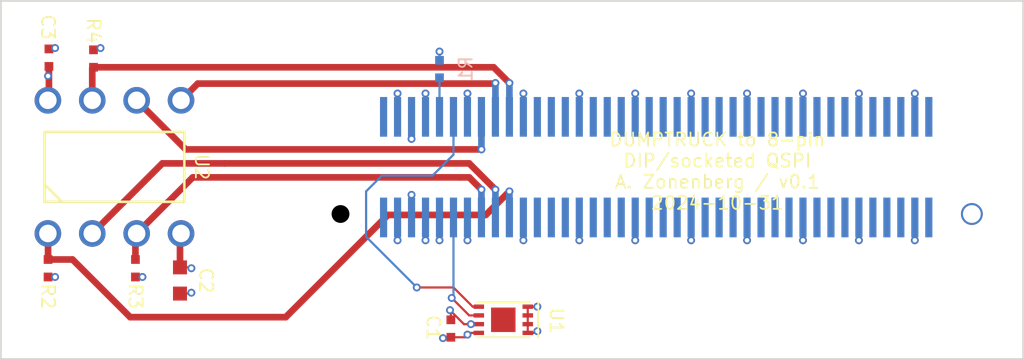
<source format=kicad_pcb>
(kicad_pcb (version 20240108) (generator "pcbnew") (generator_version "8.0")
  (layers (0 "F.Cu" signal) (1 "In1.Cu" signal) (2 "In2.Cu" signal) (31 "B.Cu" signal) (34 "B.Paste" user) (35 "F.Paste" user) (36 "B.SilkS" user "B.Silkscreen") (37 "F.SilkS" user "F.Silkscreen") (38 "B.Mask" user) (39 "F.Mask" user) (44 "Edge.Cuts" user))
  (net 0 "")
  (net 1 "/3V3_EEPROM")
  (net 2 "/GND")
  (net 3 "/VCC")
  (net 4 "Net-(J1B-PRESENT)")
  (net 5 "/QSPI_CS_N")
  (net 6 "/QSPI_DQ2")
  (net 7 "/QSPI_DQ3")
  (net 8 "/EEPROM_SDA")
  (net 9 "/EEPROM_SCL")
  (net 10 "/QSPI_SCK")
  (net 11 "/QSPI_DQ1")
  (net 12 "/QSPI_DQ0")
  (footprint "azonenberg_pcb:EIA_0402_RES_NOSILK" (layer "F.Cu") (at 32.2 40.8 -90)
    (property "Reference" "R2" (at 1.6 0 -90) (layer "F.SilkS") (effects (font (size 0.75 0.75) (thickness 0.1))))
    (property "Value" "10K" (hide yes))
    (pad "1" smd rect (at -0.499999 0 270) (size 0.5 0.5) (layers "F.Cu" "F.Paste" "F.Mask") (net 5 "/QSPI_CS_N"))
    (pad "2" smd rect (at 0.499999 0 270) (size 0.5 0.5) (layers "F.Cu" "F.Paste" "F.Mask") (net 3 "/VCC"))
  )
  (footprint "azonenberg_pcb:DFN_8_0.5MM_2x3MM_TALL" (layer "F.Cu") (at 58.25 43.75 90)
    (property "Reference" "U1" (at -0.05 3.05 -90) (layer "F.SilkS") (effects (font (size 0.75 0.75) (thickness 0.1))))
    (property "Value" "M24C02-RMC6TG" (hide yes))
    (fp_line (start 1 -1.5) (end 1 1.5) (stroke (width 0.1)) (layer "F.SilkS"))
    (fp_line (start -1 -1.5) (end -1 1.5) (stroke (width 0.1)) (layer "F.SilkS"))
    (fp_line (start -1 2) (end 1 2) (stroke (width 0.1)) (layer "F.SilkS"))
    (pad "1" smd rect (at -0.750001 1.4 90) (size 0.25 0.6) (layers "F.Cu" "F.Paste" "F.Mask") (net 2 "/GND"))
    (pad "2" smd rect (at -0.25 1.4 90) (size 0.25 0.6) (layers "F.Cu" "F.Paste" "F.Mask") (net 2 "/GND"))
    (pad "3" smd rect (at 0.25 1.4 90) (size 0.25 0.6) (layers "F.Cu" "F.Paste" "F.Mask") (net 2 "/GND"))
    (pad "4" smd rect (at 0.750001 1.4 90) (size 0.25 0.6) (layers "F.Cu" "F.Paste" "F.Mask") (net 2 "/GND"))
    (pad "5" smd rect (at 0.750001 -1.4 90) (size 0.25 0.6) (layers "F.Cu" "F.Paste" "F.Mask") (net 8 "/EEPROM_SDA"))
    (pad "6" smd rect (at 0.25 -1.4 90) (size 0.25 0.6) (layers "F.Cu" "F.Paste" "F.Mask") (net 9 "/EEPROM_SCL"))
    (pad "7" smd rect (at -0.25 -1.4 90) (size 0.25 0.6) (layers "F.Cu" "F.Paste" "F.Mask") (net 2 "/GND"))
    (pad "8" smd rect (at -0.750001 -1.4 90) (size 0.25 0.6) (layers "F.Cu" "F.Paste" "F.Mask") (net 1 "/3V3_EEPROM"))
    (pad "PAD" smd rect (at 0 0 90) (size 1.4 1.4) (layers "F.Cu" "F.Mask"))
  )
  (footprint "azonenberg_pcb:EIA_0402_CAP_NOSILK" (layer "F.Cu") (at 32.25 28.749999 90)
    (property "Reference" "C3" (at 1.749999 -0.05 -90) (layer "F.SilkS") (effects (font (size 0.75 0.75) (thickness 0.1))))
    (property "Value" "0.47 uF" (hide yes))
    (pad "1" smd rect (at -0.499999 0 90) (size 0.5 0.5) (layers "F.Cu" "F.Paste" "F.Mask") (net 3 "/VCC"))
    (pad "2" smd rect (at 0.499999 0 90) (size 0.5 0.5) (layers "F.Cu" "F.Paste" "F.Mask") (net 2 "/GND"))
  )
  (footprint "azonenberg_pcb:DIP_8_2.54MM_7.62MM" (layer "F.Cu") (at 36 35)
    (property "Reference" "U2" (at 5 0 -90) (layer "F.SilkS") (effects (font (size 0.75 0.75) (thickness 0.1))))
    (property "Value" "DUT_SOCKET" (hide yes))
    (fp_line (start -4 -2) (end -4 2) (stroke (width 0.15)) (layer "F.SilkS"))
    (fp_line (start -4 1) (end -3 2) (stroke (width 0.15)) (layer "F.SilkS"))
    (fp_line (start -4 2) (end 4 2) (stroke (width 0.15)) (layer "F.SilkS"))
    (fp_line (start 4 -2) (end -4 -2) (stroke (width 0.15)) (layer "F.SilkS"))
    (fp_line (start 4 2) (end 4 -2) (stroke (width 0.15)) (layer "F.SilkS"))
    (pad "1" thru_hole circle (at -3.81 3.81) (size 1.524 1.524) (drill 1) (layers "*.Cu" "*.Mask") (net 5 "/QSPI_CS_N"))
    (pad "2" thru_hole circle (at -1.27 3.81) (size 1.524 1.524) (drill 1) (layers "*.Cu" "*.Mask") (net 11 "/QSPI_DQ1"))
    (pad "3" thru_hole circle (at 1.27 3.81) (size 1.524 1.524) (drill 1) (layers "*.Cu" "*.Mask") (net 6 "/QSPI_DQ2"))
    (pad "4" thru_hole circle (at 3.81 3.81) (size 1.524 1.524) (drill 1) (layers "*.Cu" "*.Mask") (net 2 "/GND"))
    (pad "5" thru_hole circle (at 3.81 -3.81) (size 1.524 1.524) (drill 1) (layers "*.Cu" "*.Mask") (net 12 "/QSPI_DQ0"))
    (pad "6" thru_hole circle (at 1.27 -3.81) (size 1.524 1.524) (drill 1) (layers "*.Cu" "*.Mask") (net 10 "/QSPI_SCK"))
    (pad "7" thru_hole circle (at -1.27 -3.81) (size 1.524 1.524) (drill 1) (layers "*.Cu" "*.Mask") (net 7 "/QSPI_DQ3"))
    (pad "8" thru_hole circle (at -3.81 -3.81) (size 1.524 1.524) (drill 1) (layers "*.Cu" "*.Mask") (net 3 "/VCC"))
  )
  (footprint "azonenberg_pcb:EIA_0603_CAP_NOSILK" (layer "F.Cu") (at 39.75 41.5 90)
    (property "Reference" "C2" (at 0 1.5 -90) (layer "F.SilkS") (effects (font (size 0.75 0.75) (thickness 0.1))))
    (property "Value" "4.7 uF" (hide yes))
    (pad "1" smd rect (at -0.75 0 90) (size 0.8 0.8) (layers "F.Cu" "F.Paste" "F.Mask") (net 3 "/VCC"))
    (pad "2" smd rect (at 0.75 0 90) (size 0.8 0.8) (layers "F.Cu" "F.Paste" "F.Mask") (net 2 "/GND"))
  )
  (footprint "azonenberg_pcb:EIA_0402_RES_NOSILK" (layer "F.Cu") (at 37.2 40.8 -90)
    (property "Reference" "R3" (at 1.6 0 -90) (layer "F.SilkS") (effects (font (size 0.75 0.75) (thickness 0.1))))
    (property "Value" "10K" (hide yes))
    (pad "1" smd rect (at -0.499999 0 270) (size 0.5 0.5) (layers "F.Cu" "F.Paste" "F.Mask") (net 6 "/QSPI_DQ2"))
    (pad "2" smd rect (at 0.499999 0 270) (size 0.5 0.5) (layers "F.Cu" "F.Paste" "F.Mask") (net 3 "/VCC"))
  )
  (footprint "azonenberg_pcb:EIA_0402_CAP_NOSILK" (layer "F.Cu") (at 55.25 44.25 90)
    (property "Reference" "C1" (at 0.05 -1 -90) (layer "F.SilkS") (effects (font (size 0.75 0.75) (thickness 0.1))))
    (property "Value" "0.47 uF" (hide yes))
    (pad "1" smd rect (at -0.499999 0 90) (size 0.5 0.5) (layers "F.Cu" "F.Paste" "F.Mask") (net 1 "/3V3_EEPROM"))
    (pad "2" smd rect (at 0.499999 0 90) (size 0.5 0.5) (layers "F.Cu" "F.Paste" "F.Mask") (net 2 "/GND"))
  )
  (footprint "azonenberg_pcb:EIA_0402_RES_NOSILK" (layer "F.Cu") (at 34.8 28.8 90)
    (property "Reference" "R4" (at 1.6 0 -90) (layer "F.SilkS") (effects (font (size 0.75 0.75) (thickness 0.1))))
    (property "Value" "10K" (hide yes))
    (pad "1" smd rect (at -0.499999 0 90) (size 0.5 0.5) (layers "F.Cu" "F.Paste" "F.Mask") (net 7 "/QSPI_DQ3"))
    (pad "2" smd rect (at 0.499999 0 90) (size 0.5 0.5) (layers "F.Cu" "F.Paste" "F.Mask") (net 3 "/VCC"))
  )
  (footprint "azonenberg_pcb:EIA_0402_RES_NOSILK" (layer "B.Cu") (at 54.6 29.4 -90)
    (property "Reference" "R1" (at 0 -1.5 90) (layer "B.SilkS") (effects (font (size 0.75 0.75) (thickness 0.1)) (justify mirror)))
    (property "Value" "0" (hide yes))
    (pad "1" smd rect (at -0.499999 0 270) (size 0.5 0.5) (layers "B.Cu" "B.Paste" "B.Mask") (net 1 "/3V3_EEPROM"))
    (pad "2" smd rect (at 0.499999 0 270) (size 0.5 0.5) (layers "B.Cu" "B.Paste" "B.Mask") (net 4 "Net-(J1B-PRESENT)"))
  )
  (footprint "azonenberg_pcb:CONN_SAMTEC_BSE-040-01-L-D-A-TR" (layer "B.Cu") (at 67 35)
    (property "Reference" "J1" (hide yes))
    (property "Value" "CONN_DUMPTRUCK_DEVICE" (hide yes))
    (pad "" np_thru_hole circle (at -18.064 2.6965) (size 1.25 1.25) (drill 1.02) (layers "Dwgs.User"))
    (pad "" np_thru_hole circle (at 18.064 2.6965) (size 1.25 1.25) (drill 1.016) (layers "F&B.Cu" "Dwgs.User"))
    (pad "1" smd rect (at -15.6 -2.8635) (size 0.41 2.273) (layers "B.Cu" "B.Paste" "B.Mask"))
    (pad "2" smd rect (at -15.6 2.8935) (size 0.41 2.273) (layers "B.Cu" "B.Paste" "B.Mask"))
    (pad "3" smd rect (at -14.8 -2.8635) (size 0.41 2.273) (layers "B.Cu" "B.Paste" "B.Mask") (net 2 "/GND"))
    (pad "4" smd rect (at -14.8 2.8935) (size 0.41 2.273) (layers "B.Cu" "B.Paste" "B.Mask") (net 2 "/GND"))
    (pad "5" smd rect (at -14 -2.8635) (size 0.41 2.273) (layers "B.Cu" "B.Paste" "B.Mask") (net 3 "/VCC"))
    (pad "6" smd rect (at -14 2.8935) (size 0.41 2.273) (layers "B.Cu" "B.Paste" "B.Mask") (net 3 "/VCC"))
    (pad "7" smd rect (at -13.2 -2.8635) (size 0.41 2.273) (layers "B.Cu" "B.Paste" "B.Mask") (net 2 "/GND"))
    (pad "8" smd rect (at -13.2 2.8935) (size 0.41 2.273) (layers "B.Cu" "B.Paste" "B.Mask") (net 2 "/GND"))
    (pad "9" smd rect (at -12.4 -2.8635) (size 0.41 2.273) (layers "B.Cu" "B.Paste" "B.Mask") (net 4 "Net-(J1B-PRESENT)"))
    (pad "10" smd rect (at -12.4 2.8935) (size 0.41 2.273) (layers "B.Cu" "B.Paste" "B.Mask") (net 1 "/3V3_EEPROM"))
    (pad "11" smd rect (at -11.6 -2.8635) (size 0.41 2.273) (layers "B.Cu" "B.Paste" "B.Mask") (net 8 "/EEPROM_SDA"))
    (pad "12" smd rect (at -11.6 2.8935) (size 0.41 2.273) (layers "B.Cu" "B.Paste" "B.Mask") (net 9 "/EEPROM_SCL"))
    (pad "13" smd rect (at -10.8 -2.8635) (size 0.41 2.273) (layers "B.Cu" "B.Paste" "B.Mask") (net 2 "/GND"))
    (pad "14" smd rect (at -10.8 2.8935) (size 0.41 2.273) (layers "B.Cu" "B.Paste" "B.Mask") (net 2 "/GND"))
    (pad "15" smd rect (at -10 -2.8635) (size 0.41 2.273) (layers "B.Cu" "B.Paste" "B.Mask") (net 10 "/QSPI_SCK"))
    (pad "16" smd rect (at -10 2.8935) (size 0.41 2.273) (layers "B.Cu" "B.Paste" "B.Mask") (net 6 "/QSPI_DQ2"))
    (pad "17" smd rect (at -9.2 -2.8635) (size 0.41 2.273) (layers "B.Cu" "B.Paste" "B.Mask") (net 12 "/QSPI_DQ0"))
    (pad "18" smd rect (at -9.2 2.8935) (size 0.41 2.273) (layers "B.Cu" "B.Paste" "B.Mask") (net 11 "/QSPI_DQ1"))
    (pad "19" smd rect (at -8.4 -2.8635) (size 0.41 2.273) (layers "B.Cu" "B.Paste" "B.Mask") (net 7 "/QSPI_DQ3"))
    (pad "20" smd rect (at -8.4 2.8935) (size 0.41 2.273) (layers "B.Cu" "B.Paste" "B.Mask") (net 5 "/QSPI_CS_N"))
    (pad "21" smd rect (at -7.6 -2.8635) (size 0.41 2.273) (layers "B.Cu" "B.Paste" "B.Mask") (net 2 "/GND"))
    (pad "22" smd rect (at -7.6 2.8935) (size 0.41 2.273) (layers "B.Cu" "B.Paste" "B.Mask") (net 2 "/GND"))
    (pad "23" smd rect (at -6.8 -2.8635) (size 0.41 2.273) (layers "B.Cu" "B.Paste" "B.Mask"))
    (pad "24" smd rect (at -6.8 2.8935) (size 0.41 2.273) (layers "B.Cu" "B.Paste" "B.Mask"))
    (pad "25" smd rect (at -6 -2.8635) (size 0.41 2.273) (layers "B.Cu" "B.Paste" "B.Mask"))
    (pad "26" smd rect (at -6 2.8935) (size 0.41 2.273) (layers "B.Cu" "B.Paste" "B.Mask"))
    (pad "27" smd rect (at -5.2 -2.8635) (size 0.41 2.273) (layers "B.Cu" "B.Paste" "B.Mask"))
    (pad "28" smd rect (at -5.2 2.8935) (size 0.41 2.273) (layers "B.Cu" "B.Paste" "B.Mask"))
    (pad "29" smd rect (at -4.4 -2.8635) (size 0.41 2.273) (layers "B.Cu" "B.Paste" "B.Mask") (net 2 "/GND"))
    (pad "30" smd rect (at -4.4 2.8935) (size 0.41 2.273) (layers "B.Cu" "B.Paste" "B.Mask") (net 2 "/GND"))
    (pad "31" smd rect (at -3.6 -2.8635) (size 0.41 2.273) (layers "B.Cu" "B.Paste" "B.Mask"))
    (pad "32" smd rect (at -3.6 2.8935) (size 0.41 2.273) (layers "B.Cu" "B.Paste" "B.Mask"))
    (pad "33" smd rect (at -2.8 -2.8635) (size 0.41 2.273) (layers "B.Cu" "B.Paste" "B.Mask"))
    (pad "34" smd rect (at -2.8 2.8935) (size 0.41 2.273) (layers "B.Cu" "B.Paste" "B.Mask"))
    (pad "35" smd rect (at -2 -2.8635) (size 0.41 2.273) (layers "B.Cu" "B.Paste" "B.Mask"))
    (pad "36" smd rect (at -2 2.8935) (size 0.41 2.273) (layers "B.Cu" "B.Paste" "B.Mask"))
    (pad "37" smd rect (at -1.2 -2.8635) (size 0.41 2.273) (layers "B.Cu" "B.Paste" "B.Mask") (net 2 "/GND"))
    (pad "38" smd rect (at -1.2 2.8935) (size 0.41 2.273) (layers "B.Cu" "B.Paste" "B.Mask") (net 2 "/GND"))
    (pad "39" smd rect (at -0.4 -2.8635) (size 0.41 2.273) (layers "B.Cu" "B.Paste" "B.Mask"))
    (pad "40" smd rect (at -0.4 2.8935) (size 0.41 2.273) (layers "B.Cu" "B.Paste" "B.Mask"))
    (pad "41" smd rect (at 0.4 -2.8635) (size 0.41 2.273) (layers "B.Cu" "B.Paste" "B.Mask"))
    (pad "42" smd rect (at 0.4 2.8935) (size 0.41 2.273) (layers "B.Cu" "B.Paste" "B.Mask"))
    (pad "43" smd rect (at 1.2 -2.8635) (size 0.41 2.273) (layers "B.Cu" "B.Paste" "B.Mask"))
    (pad "44" smd rect (at 1.2 2.8935) (size 0.41 2.273) (layers "B.Cu" "B.Paste" "B.Mask"))
    (pad "45" smd rect (at 2 -2.8635) (size 0.41 2.273) (layers "B.Cu" "B.Paste" "B.Mask") (net 2 "/GND"))
    (pad "46" smd rect (at 2 2.8935) (size 0.41 2.273) (layers "B.Cu" "B.Paste" "B.Mask") (net 2 "/GND"))
    (pad "47" smd rect (at 2.8 -2.8635) (size 0.41 2.273) (layers "B.Cu" "B.Paste" "B.Mask"))
    (pad "48" smd rect (at 2.8 2.8935) (size 0.41 2.273) (layers "B.Cu" "B.Paste" "B.Mask"))
    (pad "49" smd rect (at 3.6 -2.8635) (size 0.41 2.273) (layers "B.Cu" "B.Paste" "B.Mask"))
    (pad "50" smd rect (at 3.6 2.8935) (size 0.41 2.273) (layers "B.Cu" "B.Paste" "B.Mask"))
    (pad "51" smd rect (at 4.4 -2.8635) (size 0.41 2.273) (layers "B.Cu" "B.Paste" "B.Mask"))
    (pad "52" smd rect (at 4.4 2.8935) (size 0.41 2.273) (layers "B.Cu" "B.Paste" "B.Mask"))
    (pad "53" smd rect (at 5.2 -2.8635) (size 0.41 2.273) (layers "B.Cu" "B.Paste" "B.Mask") (net 2 "/GND"))
    (pad "54" smd rect (at 5.2 2.8935) (size 0.41 2.273) (layers "B.Cu" "B.Paste" "B.Mask") (net 2 "/GND"))
    (pad "55" smd rect (at 6 -2.8635) (size 0.41 2.273) (layers "B.Cu" "B.Paste" "B.Mask"))
    (pad "56" smd rect (at 6 2.8935) (size 0.41 2.273) (layers "B.Cu" "B.Paste" "B.Mask"))
    (pad "57" smd rect (at 6.8 -2.8635) (size 0.41 2.273) (layers "B.Cu" "B.Paste" "B.Mask"))
    (pad "58" smd rect (at 6.8 2.8935) (size 0.41 2.273) (layers "B.Cu" "B.Paste" "B.Mask"))
    (pad "59" smd rect (at 7.6 -2.8635) (size 0.41 2.273) (layers "B.Cu" "B.Paste" "B.Mask"))
    (pad "60" smd rect (at 7.6 2.8935) (size 0.41 2.273) (layers "B.Cu" "B.Paste" "B.Mask"))
    (pad "61" smd rect (at 8.4 -2.8635) (size 0.41 2.273) (layers "B.Cu" "B.Paste" "B.Mask") (net 2 "/GND"))
    (pad "62" smd rect (at 8.4 2.8935) (size 0.41 2.273) (layers "B.Cu" "B.Paste" "B.Mask") (net 2 "/GND"))
    (pad "63" smd rect (at 9.2 -2.8635) (size 0.41 2.273) (layers "B.Cu" "B.Paste" "B.Mask"))
    (pad "64" smd rect (at 9.2 2.8935) (size 0.41 2.273) (layers "B.Cu" "B.Paste" "B.Mask"))
    (pad "65" smd rect (at 10 -2.8635) (size 0.41 2.273) (layers "B.Cu" "B.Paste" "B.Mask"))
    (pad "66" smd rect (at 10 2.8935) (size 0.41 2.273) (layers "B.Cu" "B.Paste" "B.Mask"))
    (pad "67" smd rect (at 10.8 -2.8635) (size 0.41 2.273) (layers "B.Cu" "B.Paste" "B.Mask"))
    (pad "68" smd rect (at 10.8 2.8935) (size 0.41 2.273) (layers "B.Cu" "B.Paste" "B.Mask"))
    (pad "69" smd rect (at 11.6 -2.8635) (size 0.41 2.273) (layers "B.Cu" "B.Paste" "B.Mask") (net 2 "/GND"))
    (pad "70" smd rect (at 11.6 2.8935) (size 0.41 2.273) (layers "B.Cu" "B.Paste" "B.Mask") (net 2 "/GND"))
    (pad "71" smd rect (at 12.4 -2.8635) (size 0.41 2.273) (layers "B.Cu" "B.Paste" "B.Mask"))
    (pad "72" smd rect (at 12.4 2.8935) (size 0.41 2.273) (layers "B.Cu" "B.Paste" "B.Mask"))
    (pad "73" smd rect (at 13.2 -2.8635) (size 0.41 2.273) (layers "B.Cu" "B.Paste" "B.Mask"))
    (pad "74" smd rect (at 13.2 2.8935) (size 0.41 2.273) (layers "B.Cu" "B.Paste" "B.Mask"))
    (pad "75" smd rect (at 14 -2.8635) (size 0.41 2.273) (layers "B.Cu" "B.Paste" "B.Mask"))
    (pad "76" smd rect (at 14 2.8935) (size 0.41 2.273) (layers "B.Cu" "B.Paste" "B.Mask"))
    (pad "77" smd rect (at 14.8 -2.8635) (size 0.41 2.273) (layers "B.Cu" "B.Paste" "B.Mask") (net 2 "/GND"))
    (pad "78" smd rect (at 14.8 2.8935) (size 0.41 2.273) (layers "B.Cu" "B.Paste" "B.Mask") (net 2 "/GND"))
    (pad "79" smd rect (at 15.6 -2.8635) (size 0.41 2.273) (layers "B.Cu" "B.Paste" "B.Mask"))
    (pad "80" smd rect (at 15.6 2.8935) (size 0.41 2.273) (layers "B.Cu" "B.Paste" "B.Mask"))
  )
  (gr_rect (start 29.5 25.5) (end 88 46) (stroke (width 0.1)) (fill none) (layer "Edge.Cuts"))
  (gr_text "DUMPTRUCK to 8-pin\nDIP/socketed QSPI\nA. Zonenberg / v0.1\n2024-10-31" (at 70.5 37.5 0) (layer "F.SilkS") (effects (font (size 0.75 0.75) (thickness 0.1)) (justify bottom)))
  (segment (start 55.25 44.749999) (end 56.050001 44.749999) (width 0.125) (layer "F.Cu") (net 1))
  (segment (start 56.85 44.500001) (end 56.299999 44.500001) (width 0.125) (layer "F.Cu") (net 1))
  (segment (start 56.050001 44.749999) (end 56.2 44.6) (width 0.125) (layer "F.Cu") (net 1))
  (segment (start 54.8 44.8) (end 55.199999 44.8) (width 0.125) (layer "F.Cu") (net 1))
  (segment (start 56.299999 44.500001) (end 56.2 44.6) (width 0.125) (layer "F.Cu") (net 1))
  (segment (start 55.199999 44.8) (end 55.25 44.749999) (width 0.125) (layer "F.Cu") (net 1))
  (via (at 54.8 44.8) (size 0.45) (drill 0.25) (layers "F.Cu" "B.Cu") (net 1))
  (via (at 54.6 39.2) (size 0.45) (drill 0.25) (layers "F.Cu" "B.Cu") (net 1))
  (via (at 54.6 28.4) (size 0.45) (drill 0.25) (layers "F.Cu" "B.Cu") (net 1))
  (via (at 56.2 44.6) (size 0.45) (drill 0.25) (layers "F.Cu" "B.Cu") (net 1))
  (segment (start 54.6 28.900001) (end 54.6 28.4) (width 0.125) (layer "B.Cu") (net 1))
  (segment (start 54.599999 37.8935) (end 54.599999 39.199999) (width 0.125) (layer "B.Cu") (net 1))
  (segment (start 54.599999 39.199999) (end 54.6 39.2) (width 0.125) (layer "B.Cu") (net 1))
  (segment (start 40.35 40.75) (end 40.4 40.8) (width 0.125) (layer "F.Cu") (net 2))
  (segment (start 59.65 42.999999) (end 59.65 44.500001) (width 0.125) (layer "F.Cu") (net 2))
  (segment (start 55.25 43.25) (end 55.2 43.2) (width 0.125) (layer "F.Cu") (net 2))
  (segment (start 60.099999 44.500001) (end 60.2 44.4) (width 0.125) (layer "F.Cu") (net 2))
  (segment (start 56.85 44) (end 56.4 44) (width 0.125) (layer "F.Cu") (net 2))
  (segment (start 56 44) (end 56.4 44) (width 0.125) (layer "F.Cu") (net 2))
  (segment (start 59.650001 43) (end 59.65 42.999999) (width 0.125) (layer "F.Cu") (net 2))
  (segment (start 55.2 43.2) (end 56 44) (width 0.125) (layer "F.Cu") (net 2))
  (segment (start 39.75 40.75) (end 39.75 38.87) (width 0.381) (layer "F.Cu") (net 2))
  (segment (start 32.25 28.25) (end 32.55 28.25) (width 0.125) (layer "F.Cu") (net 2))
  (segment (start 59.65 44.500001) (end 60.099999 44.500001) (width 0.125) (layer "F.Cu") (net 2))
  (segment (start 32.55 28.25) (end 32.6 28.2) (width 0.125) (layer "F.Cu") (net 2))
  (segment (start 60.2 43) (end 59.650001 43) (width 0.125) (layer "F.Cu") (net 2))
  (segment (start 39.75 38.87) (end 39.81 38.81) (width 0.381) (layer "F.Cu") (net 2))
  (segment (start 39.75 40.75) (end 40.35 40.75) (width 0.125) (layer "F.Cu") (net 2))
  (segment (start 55.25 43.750001) (end 55.25 43.25) (width 0.125) (layer "F.Cu") (net 2))
  (via (at 53.8 30.8) (size 0.45) (drill 0.25) (layers "F.Cu" "B.Cu") (net 2))
  (via (at 56.4 44) (size 0.45) (drill 0.25) (layers "F.Cu" "B.Cu") (net 2))
  (via (at 56.2 30.8) (size 0.45) (drill 0.25) (layers "F.Cu" "B.Cu") (net 2))
  (via (at 78.6 39.2) (size 0.45) (drill 0.25) (layers "F.Cu" "B.Cu") (net 2))
  (via (at 55.2 43.2) (size 0.45) (drill 0.25) (layers "F.Cu" "B.Cu") (net 2))
  (via (at 81.8 30.8) (size 0.45) (drill 0.25) (layers "F.Cu" "B.Cu") (net 2))
  (via (at 59.4 39.2) (size 0.45) (drill 0.25) (layers "F.Cu" "B.Cu") (net 2))
  (via (at 65.8 39.2) (size 0.45) (drill 0.25) (layers "F.Cu" "B.Cu") (net 2))
  (via (at 60.2 43) (size 0.45) (drill 0.25) (layers "F.Cu" "B.Cu") (net 2))
  (via (at 75.4 30.8) (size 0.45) (drill 0.25) (layers "F.Cu" "B.Cu") (net 2))
  (via (at 69 39.2) (size 0.45) (drill 0.25) (layers "F.Cu" "B.Cu") (net 2))
  (via (at 52.2 30.8) (size 0.45) (drill 0.25) (layers "F.Cu" "B.Cu") (net 2))
  (via (at 59.4 30.8) (size 0.45) (drill 0.25) (layers "F.Cu" "B.Cu") (net 2))
  (via (at 69 30.8) (size 0.45) (drill 0.25) (layers "F.Cu" "B.Cu") (net 2))
  (via (at 56.2 39.2) (size 0.45) (drill 0.25) (layers "F.Cu" "B.Cu") (net 2))
  (via (at 52.2 39.2) (size 0.45) (drill 0.25) (layers "F.Cu" "B.Cu") (net 2))
  (via (at 40.4 40.8) (size 0.45) (drill 0.25) (layers "F.Cu" "B.Cu") (net 2))
  (via (at 65.8 30.8) (size 0.45) (drill 0.25) (layers "F.Cu" "B.Cu") (net 2))
  (via (at 81.8 39.2) (size 0.45) (drill 0.25) (layers "F.Cu" "B.Cu") (net 2))
  (via (at 72.2 39.2) (size 0.45) (drill 0.25) (layers "F.Cu" "B.Cu") (net 2))
  (via (at 62.6 39.2) (size 0.45) (drill 0.25) (layers "F.Cu" "B.Cu") (net 2))
  (via (at 72.2 30.8) (size 0.45) (drill 0.25) (layers "F.Cu" "B.Cu") (net 2))
  (via (at 60.2 44.4) (size 0.45) (drill 0.25) (layers "F.Cu" "B.Cu") (net 2))
  (via (at 32.6 28.2) (size 0.45) (drill 0.25) (layers "F.Cu" "B.Cu") (net 2))
  (via (at 53.8 39.2) (size 0.45) (drill 0.25) (layers "F.Cu" "B.Cu") (net 2))
  (via (at 78.6 30.8) (size 0.45) (drill 0.25) (layers "F.Cu" "B.Cu") (net 2))
  (via (at 75.4 39.2) (size 0.45) (drill 0.25) (layers "F.Cu" "B.Cu") (net 2))
  (via (at 62.6 30.8) (size 0.45) (drill 0.25) (layers "F.Cu" "B.Cu") (net 2))
  (segment (start 78.6 30.8) (end 78.6 32.1365) (width 0.125) (layer "B.Cu") (net 2))
  (segment (start 69 39.2) (end 69 37.8935) (width 0.125) (layer "B.Cu") (net 2))
  (segment (start 72.2 39.2) (end 72.2 37.8935) (width 0.125) (layer "B.Cu") (net 2))
  (segment (start 56.2 32.1365) (end 56.2 30.8) (width 0.125) (layer "B.Cu") (net 2))
  (segment (start 75.4 37.893501) (end 75.399999 37.8935) (width 0.125) (layer "B.Cu") (net 2))
  (segment (start 53.8 39.2) (end 53.8 37.8935) (width 0.125) (layer "B.Cu") (net 2))
  (segment (start 56.2 39.2) (end 56.2 37.8935) (width 0.125) (layer "B.Cu") (net 2))
  (segment (start 81.8 39.2) (end 81.8 37.8935) (width 0.125) (layer "B.Cu") (net 2))
  (segment (start 81.8 30.8) (end 81.8 32.1365) (width 0.125) (layer "B.Cu") (net 2))
  (segment (start 65.8 39.2) (end 65.799999 39.199999) (width 0.125) (layer "B.Cu") (net 2))
  (segment (start 75.4 30.8) (end 75.4 32.1365) (width 0.125) (layer "B.Cu") (net 2))
  (segment (start 65.799999 39.199999) (end 65.799999 37.8935) (width 0.125) (layer "B.Cu") (net 2))
  (segment (start 59.4 30.8) (end 59.4 32.1365) (width 0.125) (layer "B.Cu") (net 2))
  (segment (start 78.6 39.2) (end 78.6 37.8935) (width 0.125) (layer "B.Cu") (net 2))
  (segment (start 62.6 30.8) (end 62.6 32.1365) (width 0.125) (layer "B.Cu") (net 2))
  (segment (start 52.2 39.2) (end 52.2 37.8935) (width 0.125) (layer "B.Cu") (net 2))
  (segment (start 69 30.8) (end 69 32.1365) (width 0.125) (layer "B.Cu") (net 2))
  (segment (start 72.2 30.8) (end 72.2 32.1365) (width 0.125) (layer "B.Cu") (net 2))
  (segment (start 62.6 39.2) (end 62.6 37.8935) (width 0.125) (layer "B.Cu") (net 2))
  (segment (start 52.2 30.8) (end 52.2 32.1365) (width 0.125) (layer "B.Cu") (net 2))
  (segment (start 53.8 30.8) (end 53.8 32.1365) (width 0.125) (layer "B.Cu") (net 2))
  (segment (start 75.4 39.2) (end 75.4 37.893501) (width 0.125) (layer "B.Cu") (net 2))
  (segment (start 65.8 30.8) (end 65.8 32.1365) (width 0.125) (layer "B.Cu") (net 2))
  (segment (start 32.2 29.299998) (end 32.25 29.249998) (width 0.125) (layer "F.Cu") (net 3))
  (segment (start 35.099999 28.300001) (end 35.2 28.2) (width 0.125) (layer "F.Cu") (net 3))
  (segment (start 32.25 29.249998) (end 32.25 31.13) (width 0.381) (layer "F.Cu") (net 3))
  (segment (start 32.2 41.299999) (end 32.599999 41.299999) (width 0.125) (layer "F.Cu") (net 3))
  (segment (start 32.2 29.8) (end 32.2 29.299998) (width 0.125) (layer "F.Cu") (net 3))
  (segment (start 32.599999 41.299999) (end 32.6 41.3) (width 0.125) (layer "F.Cu") (net 3))
  (segment (start 34.8 28.300001) (end 35.099999 28.300001) (width 0.125) (layer "F.Cu") (net 3))
  (segment (start 37.2 41.299999) (end 37.599999 41.299999) (width 0.125) (layer "F.Cu") (net 3))
  (segment (start 32.25 31.13) (end 32.19 31.19) (width 0.381) (layer "F.Cu") (net 3))
  (segment (start 37.599999 41.299999) (end 37.6 41.3) (width 0.125) (layer "F.Cu") (net 3))
  (segment (start 39.75 42.25) (end 40.35 42.25) (width 0.125) (layer "F.Cu") (net 3))
  (segment (start 40.35 42.25) (end 40.4 42.2) (width 0.125) (layer "F.Cu") (net 3))
  (via (at 32.6 41.3) (size 0.45) (drill 0.25) (layers "F.Cu" "B.Cu") (net 3))
  (via (at 40.4 42.2) (size 0.45) (drill 0.25) (layers "F.Cu" "B.Cu") (net 3))
  (via (at 35.2 28.2) (size 0.45) (drill 0.25) (layers "F.Cu" "B.Cu") (net 3))
  (via (at 53 36.6) (size 0.45) (drill 0.25) (layers "F.Cu" "B.Cu") (net 3))
  (via (at 37.6 41.3) (size 0.45) (drill 0.25) (layers "F.Cu" "B.Cu") (net 3))
  (via (at 32.2 29.8) (size 0.45) (drill 0.25) (layers "F.Cu" "B.Cu") (net 3))
  (via (at 53 33.4) (size 0.45) (drill 0.25) (layers "F.Cu" "B.Cu") (net 3))
  (segment (start 53.000001 37.8935) (end 53.000001 36.600001) (width 0.125) (layer "B.Cu") (net 3))
  (segment (start 53 32.1365) (end 53 33.4) (width 0.125) (layer "B.Cu") (net 3))
  (segment (start 53.000001 36.600001) (end 53 36.6) (width 0.125) (layer "B.Cu") (net 3))
  (segment (start 54.6 29.899999) (end 54.6 32.1365) (width 0.125) (layer "B.Cu") (net 4))
  (segment (start 36.9 43.6) (end 33.600001 40.300001) (width 0.381) (layer "F.Cu") (net 5))
  (segment (start 58.6 36.4) (end 57.25 37.75) (width 0.381) (layer "F.Cu") (net 5))
  (segment (start 51.65 37.75) (end 45.8 43.6) (width 0.381) (layer "F.Cu") (net 5))
  (segment (start 33.600001 40.300001) (end 32.2 40.300001) (width 0.381) (layer "F.Cu") (net 5))
  (segment (start 32.2 38.82) (end 32.19 38.81) (width 0.381) (layer "F.Cu") (net 5))
  (segment (start 32.2 40.300001) (end 32.2 38.82) (width 0.381) (layer "F.Cu") (net 5))
  (segment (start 57.25 37.75) (end 51.65 37.75) (width 0.381) (layer "F.Cu") (net 5))
  (segment (start 45.8 43.6) (end 36.9 43.6) (width 0.381) (layer "F.Cu") (net 5))
  (via (at 58.6 36.4) (size 0.45) (drill 0.25) (layers "F.Cu" "B.Cu") (net 5))
  (segment (start 58.6 36.4) (end 58.6 37.893499) (width 0.381) (layer "B.Cu") (net 5))
  (segment (start 58.6 37.893499) (end 58.600001 37.8935) (width 0.381) (layer "B.Cu") (net 5))
  (segment (start 40.48 35.6) (end 55.8 35.6) (width 0.381) (layer "F.Cu") (net 6))
  (segment (start 37.2 40.300001) (end 37.2 38.88) (width 0.381) (layer "F.Cu") (net 6))
  (segment (start 37.27 38.81) (end 40.48 35.6) (width 0.381) (layer "F.Cu") (net 6))
  (segment (start 56.3 35.6) (end 57 36.3) (width 0.381) (layer "F.Cu") (net 6))
  (segment (start 37.2 38.88) (end 37.27 38.81) (width 0.381) (layer "F.Cu") (net 6))
  (segment (start 55.8 35.6) (end 56.3 35.6) (width 0.381) (layer "F.Cu") (net 6))
  (via (at 57 36.3) (size 0.45) (drill 0.25) (layers "F.Cu" "B.Cu") (net 6))
  (segment (start 57 36.3) (end 57 37.8935) (width 0.381) (layer "B.Cu") (net 6))
  (segment (start 34.73 29.369999) (end 34.8 29.299999) (width 0.381) (layer "F.Cu") (net 7))
  (segment (start 57.699999 29.299999) (end 58.6 30.2) (width 0.381) (layer "F.Cu") (net 7))
  (segment (start 34.73 31.19) (end 34.73 29.369999) (width 0.381) (layer "F.Cu") (net 7))
  (segment (start 34.8 29.299999) (end 57.699999 29.299999) (width 0.381) (layer "F.Cu") (net 7))
  (via (at 58.6 30.2) (size 0.45) (drill 0.25) (layers "F.Cu" "B.Cu") (net 7))
  (segment (start 58.6 30.2) (end 58.6 32.1365) (width 0.381) (layer "B.Cu") (net 7))
  (segment (start 56.499999 42.999999) (end 56.85 42.999999) (width 0.125) (layer "F.Cu") (net 8))
  (segment (start 53.3 41.9) (end 55.4 41.9) (width 0.125) (layer "F.Cu") (net 8))
  (segment (start 55.4 41.9) (end 56.499999 42.999999) (width 0.125) (layer "F.Cu") (net 8))
  (via (at 53.3 41.9) (size 0.45) (drill 0.25) (layers "F.Cu" "B.Cu") (net 8))
  (segment (start 54.2 35.5) (end 51.3 35.5) (width 0.125) (layer "B.Cu") (net 8))
  (segment (start 51.3 35.5) (end 50.6 36.2) (width 0.125) (layer "B.Cu") (net 8))
  (segment (start 55.4 34.3) (end 54.2 35.5) (width 0.125) (layer "B.Cu") (net 8))
  (segment (start 50.4 38.5) (end 50.4 39) (width 0.125) (layer "B.Cu") (net 8))
  (segment (start 50.4 39) (end 53.3 41.9) (width 0.125) (layer "B.Cu") (net 8))
  (segment (start 50.6 36.2) (end 50.4 36.4) (width 0.125) (layer "B.Cu") (net 8))
  (segment (start 50.4 36.4) (end 50.4 38.5) (width 0.125) (layer "B.Cu") (net 8))
  (segment (start 55.4 32.1365) (end 55.4 34.3) (width 0.125) (layer "B.Cu") (net 8))
  (segment (start 55.3 42.5) (end 56.3 43.5) (width 0.125) (layer "F.Cu") (net 9))
  (segment (start 56.3 43.5) (end 56.85 43.5) (width 0.125) (layer "F.Cu") (net 9))
  (via (at 55.3 42.5) (size 0.45) (drill 0.25) (layers "F.Cu" "B.Cu") (net 9))
  (segment (start 55.4 42.4) (end 55.3 42.5) (width 0.125) (layer "B.Cu") (net 9))
  (segment (start 55.4 37.8935) (end 55.4 42.4) (width 0.125) (layer "B.Cu") (net 9))
  (segment (start 40.08 34) (end 57 34) (width 0.381) (layer "F.Cu") (net 10))
  (segment (start 37.27 31.19) (end 40.08 34) (width 0.381) (layer "F.Cu") (net 10))
  (via (at 57 34) (size 0.45) (drill 0.25) (layers "F.Cu" "B.Cu") (net 10))
  (segment (start 57 34) (end 57 32.1365) (width 0.381) (layer "B.Cu") (net 10))
  (segment (start 42.3 34.8) (end 56.3 34.8) (width 0.381) (layer "F.Cu") (net 11))
  (segment (start 38.74 34.8) (end 42.3 34.8) (width 0.381) (layer "F.Cu") (net 11))
  (segment (start 56.3 34.8) (end 57.8 36.3) (width 0.381) (layer "F.Cu") (net 11))
  (segment (start 34.73 38.81) (end 38.74 34.8) (width 0.381) (layer "F.Cu") (net 11))
  (via (at 57.8 36.3) (size 0.45) (drill 0.25) (layers "F.Cu" "B.Cu") (net 11))
  (segment (start 57.8 36.3) (end 57.8 37.8935) (width 0.381) (layer "B.Cu") (net 11))
  (segment (start 40.7655 30.2345) (end 57.7655 30.2345) (width 0.381) (layer "F.Cu") (net 12))
  (segment (start 39.81 31.19) (end 40.7655 30.2345) (width 0.381) (layer "F.Cu") (net 12))
  (segment (start 57.7655 30.2345) (end 57.8 30.2) (width 0.381) (layer "F.Cu") (net 12))
  (via (at 57.8 30.2) (size 0.45) (drill 0.25) (layers "F.Cu" "B.Cu") (net 12))
  (segment (start 57.8 30.2) (end 57.8 32.1365) (width 0.381) (layer "B.Cu") (net 12))
)
</source>
